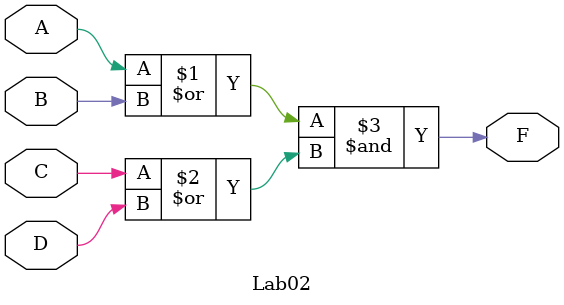
<source format=sv>
`timescale 1ns / 1ps


module Lab02(
    input A,
    input B,
    input C,
    input D,
    output F
    );
    //assign F=~A&B&~C&D|~A&B&C&~D|~A&B&C&D|A&~B&~C&D|A&~B&C&~D|A&~B&C&D|A&B&~C&D|A&B&C&~D|A&B&C&D;
    assign F=(A|B)&(C|D);
endmodule

</source>
